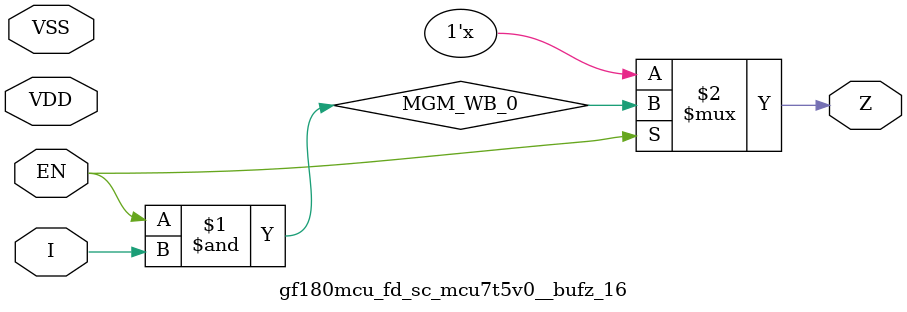
<source format=v>

module gf180mcu_fd_sc_mcu7t5v0__bufz_16( EN, I, Z, VDD, VSS );
input EN, I;
inout VDD, VSS;
output Z;

	wire MGM_WB_0;

	wire MGM_WB_1;

	and MGM_BG_0( MGM_WB_0, EN, I );

	not MGM_BG_1( MGM_WB_1, EN );

	bufif0 MGM_BG_2( Z, MGM_WB_0,MGM_WB_1 );

endmodule

</source>
